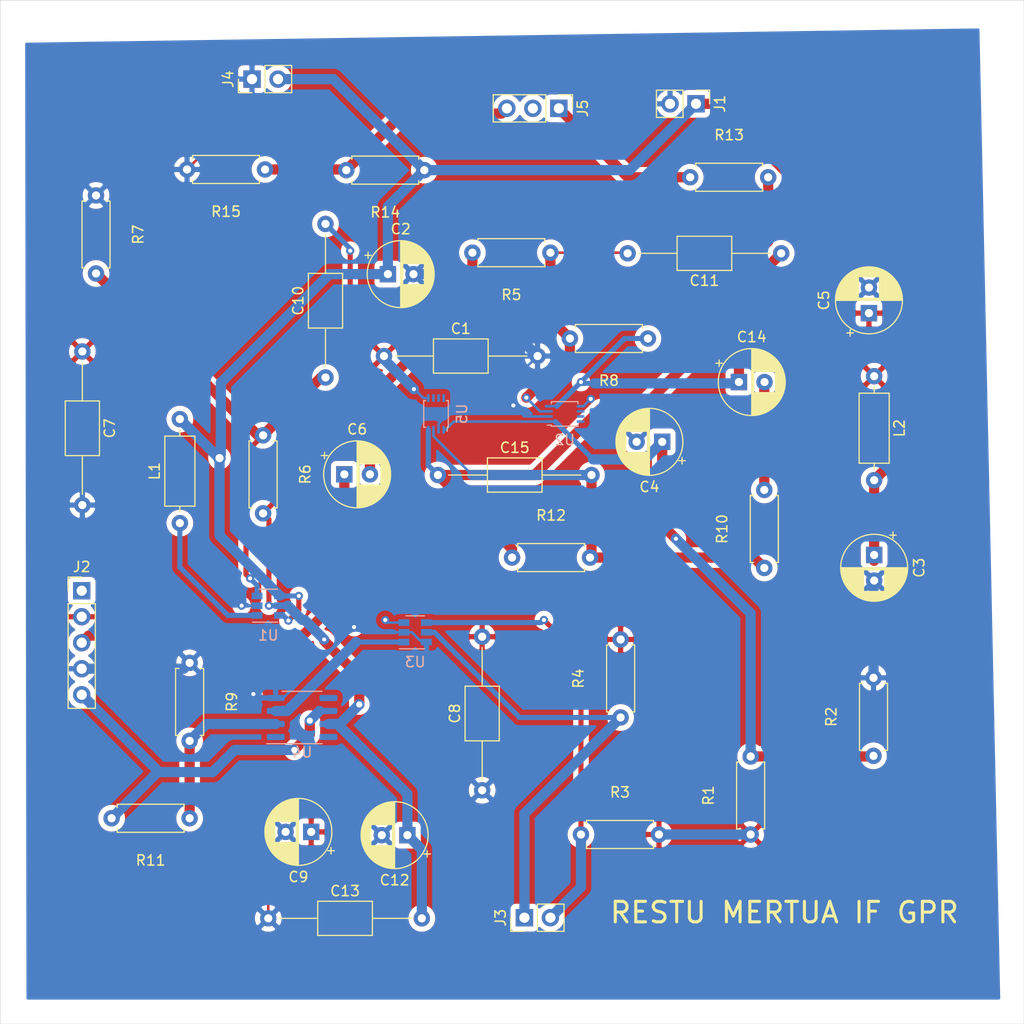
<source format=kicad_pcb>
(kicad_pcb (version 20171130) (host pcbnew 5.1.9-73d0e3b20d~88~ubuntu20.04.1)
  (layers (0 F.Cu signal) (31 B.Cu signal) (34 B.Paste user) (35 F.Paste user) (36 B.SilkS user) (37 F.SilkS user) (38 B.Mask user) (39 F.Mask user) (44 Edge.Cuts user))
  (net 0 "")
  (net 1 GND)
  (net 2 +5V)
  (net 3 "Net-(C2-Pad1)")
  (net 4 "Net-(C4-Pad1)")
  (net 5 "Net-(C6-Pad2)")
  (net 6 "Net-(C6-Pad1)")
  (net 7 "Net-(C10-Pad2)")
  (net 8 "Net-(C10-Pad1)")
  (net 9 "Net-(C11-Pad2)")
  (net 10 "Net-(C11-Pad1)")
  (net 11 "Net-(C14-Pad2)")
  (net 12 "Net-(C15-Pad2)")
  (net 13 "Net-(C15-Pad1)")
  (net 14 "Net-(J2-Pad5)")
  (net 15 "Net-(J2-Pad1)")
  (net 16 "Net-(J3-Pad2)")
  (net 17 "Net-(J3-Pad1)")
  (net 18 "Net-(J5-Pad3)")
  (net 19 "Net-(J5-Pad2)")
  (net 20 "Net-(J5-Pad1)")
  (net 21 "Net-(L1-Pad1)")
  (net 22 "Net-(R11-Pad1)")
  (net 23 "Net-(U3-Pad1)")
  (net 24 "Net-(U4-Pad8)")
  (net 25 "Net-(U4-Pad5)")
  (net 26 "Net-(U4-Pad1)")
  (module Resistor_THT:R_Axial_DIN0207_L6.3mm_D2.5mm_P7.62mm_Horizontal (layer F.Cu) (at 50.8635 41.529 180)
    (fp_text reference R15 (at 3.81 -4.12) (layer F.SilkS))
    (fp_text value 100k)
    (pad 2 thru_hole oval (at 7.62 0 180) (size 1.6 1.6) (drill 0.8) (layers *.Cu *.Mask) (net 1 GND))
    (pad 1 thru_hole circle (at 0 0 180) (size 1.6 1.6) (drill 0.8) (layers *.Cu *.Mask) (net 18 "Net-(J5-Pad3)"))
  )
  (module Resistor_THT:R_Axial_DIN0207_L6.3mm_D2.5mm_P7.62mm_Horizontal (layer F.Cu) (at 66.421 41.5925 180)
    (fp_text reference R14 (at 3.81 -4.12) (layer F.SilkS))
    (fp_text value 150k)
    (pad 2 thru_hole oval (at 7.62 0 180) (size 1.6 1.6) (drill 0.8) (layers *.Cu *.Mask) (net 18 "Net-(J5-Pad3)"))
    (pad 1 thru_hole circle (at 0 0 180) (size 1.6 1.6) (drill 0.8) (layers *.Cu *.Mask) (net 3 "Net-(C2-Pad1)"))
  )
  (module Resistor_THT:R_Axial_DIN0207_L6.3mm_D2.5mm_P7.62mm_Horizontal (layer F.Cu) (at 92.3925 42.291)
    (fp_text reference R13 (at 3.81 -4.12) (layer F.SilkS))
    (fp_text value 100)
    (pad 2 thru_hole oval (at 7.62 0) (size 1.6 1.6) (drill 0.8) (layers *.Cu *.Mask) (net 13 "Net-(C15-Pad1)"))
    (pad 1 thru_hole circle (at 0 0) (size 1.6 1.6) (drill 0.8) (layers *.Cu *.Mask) (net 20 "Net-(J5-Pad1)"))
  )
  (module Resistor_THT:R_Axial_DIN0207_L6.3mm_D2.5mm_P7.62mm_Horizontal (layer F.Cu) (at 74.9935 79.4385)
    (fp_text reference R12 (at 3.81 -4.12) (layer F.SilkS))
    (fp_text value 470k)
    (pad 2 thru_hole oval (at 7.62 0) (size 1.6 1.6) (drill 0.8) (layers *.Cu *.Mask) (net 12 "Net-(C15-Pad2)"))
    (pad 1 thru_hole circle (at 0 0) (size 1.6 1.6) (drill 0.8) (layers *.Cu *.Mask) (net 13 "Net-(C15-Pad1)"))
  )
  (module Resistor_THT:R_Axial_DIN0207_L6.3mm_D2.5mm_P7.62mm_Horizontal (layer F.Cu) (at 43.4975 104.902 180)
    (fp_text reference R11 (at 3.81 -4.12) (layer F.SilkS))
    (fp_text value 2.7M)
    (pad 2 thru_hole oval (at 7.62 0 180) (size 1.6 1.6) (drill 0.8) (layers *.Cu *.Mask) (net 14 "Net-(J2-Pad5)"))
    (pad 1 thru_hole circle (at 0 0 180) (size 1.6 1.6) (drill 0.8) (layers *.Cu *.Mask) (net 22 "Net-(R11-Pad1)"))
  )
  (module Resistor_THT:R_Axial_DIN0207_L6.3mm_D2.5mm_P7.62mm_Horizontal (layer F.Cu) (at 99.6315 80.4545 90)
    (fp_text reference R10 (at 3.81 -4.12 90) (layer F.SilkS))
    (fp_text value 10k)
    (pad 2 thru_hole oval (at 7.62 0 90) (size 1.6 1.6) (drill 0.8) (layers *.Cu *.Mask) (net 11 "Net-(C14-Pad2)"))
    (pad 1 thru_hole circle (at 0 0 90) (size 1.6 1.6) (drill 0.8) (layers *.Cu *.Mask) (net 12 "Net-(C15-Pad2)"))
  )
  (module Resistor_THT:R_Axial_DIN0207_L6.3mm_D2.5mm_P7.62mm_Horizontal (layer F.Cu) (at 43.4975 89.7255 270)
    (fp_text reference R9 (at 3.81 -4.12 90) (layer F.SilkS))
    (fp_text value 1M)
    (pad 2 thru_hole oval (at 7.62 0 270) (size 1.6 1.6) (drill 0.8) (layers *.Cu *.Mask) (net 22 "Net-(R11-Pad1)"))
    (pad 1 thru_hole circle (at 0 0 270) (size 1.6 1.6) (drill 0.8) (layers *.Cu *.Mask) (net 1 GND))
  )
  (module Resistor_THT:R_Axial_DIN0207_L6.3mm_D2.5mm_P7.62mm_Horizontal (layer F.Cu) (at 88.265 58.039 180)
    (fp_text reference R8 (at 3.81 -4.12) (layer F.SilkS))
    (fp_text value 5.2k)
    (pad 2 thru_hole oval (at 7.62 0 180) (size 1.6 1.6) (drill 0.8) (layers *.Cu *.Mask) (net 9 "Net-(C11-Pad2)"))
    (pad 1 thru_hole circle (at 0 0 180) (size 1.6 1.6) (drill 0.8) (layers *.Cu *.Mask) (net 10 "Net-(C11-Pad1)"))
  )
  (module Resistor_THT:R_Axial_DIN0207_L6.3mm_D2.5mm_P7.62mm_Horizontal (layer F.Cu) (at 34.3535 44.069 270)
    (fp_text reference R7 (at 3.81 -4.12 90) (layer F.SilkS))
    (fp_text value 10k)
    (pad 2 thru_hole oval (at 7.62 0 270) (size 1.6 1.6) (drill 0.8) (layers *.Cu *.Mask) (net 8 "Net-(C10-Pad1)"))
    (pad 1 thru_hole circle (at 0 0 270) (size 1.6 1.6) (drill 0.8) (layers *.Cu *.Mask) (net 1 GND))
  )
  (module Resistor_THT:R_Axial_DIN0207_L6.3mm_D2.5mm_P7.62mm_Horizontal (layer F.Cu) (at 50.673 67.5005 270)
    (fp_text reference R6 (at 3.81 -4.12 90) (layer F.SilkS))
    (fp_text value 180k)
    (pad 2 thru_hole oval (at 7.62 0 270) (size 1.6 1.6) (drill 0.8) (layers *.Cu *.Mask) (net 7 "Net-(C10-Pad2)"))
    (pad 1 thru_hole circle (at 0 0 270) (size 1.6 1.6) (drill 0.8) (layers *.Cu *.Mask) (net 8 "Net-(C10-Pad1)"))
  )
  (module Resistor_THT:R_Axial_DIN0207_L6.3mm_D2.5mm_P7.62mm_Horizontal (layer F.Cu) (at 78.74 49.657 180)
    (fp_text reference R5 (at 3.81 -4.12) (layer F.SilkS))
    (fp_text value 22k)
    (pad 2 thru_hole oval (at 7.62 0 180) (size 1.6 1.6) (drill 0.8) (layers *.Cu *.Mask) (net 5 "Net-(C6-Pad2)"))
    (pad 1 thru_hole circle (at 0 0 180) (size 1.6 1.6) (drill 0.8) (layers *.Cu *.Mask) (net 9 "Net-(C11-Pad2)"))
  )
  (module Resistor_THT:R_Axial_DIN0207_L6.3mm_D2.5mm_P7.62mm_Horizontal (layer F.Cu) (at 85.598 95.0595 90)
    (fp_text reference R4 (at 3.81 -4.12 90) (layer F.SilkS))
    (fp_text value 4.3k)
    (pad 2 thru_hole oval (at 7.62 0 90) (size 1.6 1.6) (drill 0.8) (layers *.Cu *.Mask) (net 2 +5V))
    (pad 1 thru_hole circle (at 0 0 90) (size 1.6 1.6) (drill 0.8) (layers *.Cu *.Mask) (net 17 "Net-(J3-Pad1)"))
  )
  (module Resistor_THT:R_Axial_DIN0207_L6.3mm_D2.5mm_P7.62mm_Horizontal (layer F.Cu) (at 81.7245 106.4895)
    (fp_text reference R3 (at 3.81 -4.12) (layer F.SilkS))
    (fp_text value 4.3k)
    (pad 2 thru_hole oval (at 7.62 0) (size 1.6 1.6) (drill 0.8) (layers *.Cu *.Mask) (net 2 +5V))
    (pad 1 thru_hole circle (at 0 0) (size 1.6 1.6) (drill 0.8) (layers *.Cu *.Mask) (net 16 "Net-(J3-Pad2)"))
  )
  (module Resistor_THT:R_Axial_DIN0207_L6.3mm_D2.5mm_P7.62mm_Horizontal (layer F.Cu) (at 110.2995 98.806 90)
    (fp_text reference R2 (at 3.81 -4.12 90) (layer F.SilkS))
    (fp_text value 470k)
    (pad 2 thru_hole oval (at 7.62 0 90) (size 1.6 1.6) (drill 0.8) (layers *.Cu *.Mask) (net 1 GND))
    (pad 1 thru_hole circle (at 0 0 90) (size 1.6 1.6) (drill 0.8) (layers *.Cu *.Mask) (net 4 "Net-(C4-Pad1)"))
  )
  (module Resistor_THT:R_Axial_DIN0207_L6.3mm_D2.5mm_P7.62mm_Horizontal (layer F.Cu) (at 98.298 106.4895 90)
    (fp_text reference R1 (at 3.81 -4.12 90) (layer F.SilkS))
    (fp_text value 470k)
    (pad 2 thru_hole oval (at 7.62 0 90) (size 1.6 1.6) (drill 0.8) (layers *.Cu *.Mask) (net 4 "Net-(C4-Pad1)"))
    (pad 1 thru_hole circle (at 0 0 90) (size 1.6 1.6) (drill 0.8) (layers *.Cu *.Mask) (net 2 +5V))
  )
  (module Connector_PinHeader_2.54mm:PinHeader_1x02_P2.54mm_Vertical (layer F.Cu) (at 92.964 35.1155 270)
    (fp_text reference J1 (at 0 -2.33 90) (layer F.SilkS))
    (fp_text value CON2)
    (pad 2 thru_hole oval (at 0 2.54 270) (size 1.7 1.7) (drill 1) (layers *.Cu *.Mask) (net 1 GND))
    (pad 1 thru_hole rect (at 0 0 270) (size 1.7 1.7) (drill 1) (layers *.Cu *.Mask) (net 3 "Net-(C2-Pad1)"))
  )
  (module Package_SO:VSSOP-8_2.4x2.1mm_P0.5mm (layer B.Cu) (at 67.564 65.405 90)
    (fp_text reference U5 (at 0 2.54 90) (layer B.SilkS) (effects (justify mirror)))
    (fp_text value LMV772)
    (pad 8 smd rect (at 1.55 0.75 90) (size 0.75 0.25) (layers B.Cu B.Paste B.Mask))
    (pad 7 smd rect (at 1.55 0.25 90) (size 0.75 0.25) (layers B.Cu B.Paste B.Mask))
    (pad 6 smd rect (at 1.55 -0.25 90) (size 0.75 0.25) (layers B.Cu B.Paste B.Mask))
    (pad 5 smd rect (at 1.55 -0.75 90) (size 0.75 0.25) (layers B.Cu B.Paste B.Mask) (net 2 +5V))
    (pad 4 smd rect (at -1.55 -0.75 90) (size 0.75 0.25) (layers B.Cu B.Paste B.Mask) (net 13 "Net-(C15-Pad1)"))
    (pad 3 smd rect (at -1.55 -0.25 90) (size 0.75 0.25) (layers B.Cu B.Paste B.Mask) (net 12 "Net-(C15-Pad2)"))
    (pad 2 smd rect (at -1.55 0.25 90) (size 0.75 0.25) (layers B.Cu B.Paste B.Mask) (net 1 GND))
    (pad 1 smd rect (at -1.55 0.75 90) (size 0.75 0.25) (layers B.Cu B.Paste B.Mask) (net 4 "Net-(C4-Pad1)"))
  )
  (module Package_SO:SO-8_3.9x4.9mm_P1.27mm (layer B.Cu) (at 54.483 95.0595)
    (fp_text reference U4 (at 0 3.4) (layer B.SilkS) (effects (justify mirror)))
    (fp_text value LT1077)
    (pad 8 smd roundrect (at 2.575 1.905) (size 1.75 0.6) (layers B.Cu B.Paste B.Mask) (net 24 "Net-(U4-Pad8)"))
    (pad 7 smd roundrect (at 2.575 0.635) (size 1.75 0.6) (layers B.Cu B.Paste B.Mask) (net 7 "Net-(C10-Pad2)"))
    (pad 6 smd roundrect (at 2.575 -0.635) (size 1.75 0.6) (layers B.Cu B.Paste B.Mask) (net 14 "Net-(J2-Pad5)"))
    (pad 5 smd roundrect (at 2.575 -1.905) (size 1.75 0.6) (layers B.Cu B.Paste B.Mask) (net 25 "Net-(U4-Pad5)"))
    (pad 4 smd roundrect (at -2.575 -1.905) (size 1.75 0.6) (layers B.Cu B.Paste B.Mask) (net 1 GND))
    (pad 3 smd roundrect (at -2.575 -0.635) (size 1.75 0.6) (layers B.Cu B.Paste B.Mask) (net 23 "Net-(U3-Pad1)"))
    (pad 2 smd roundrect (at -2.575 0.635) (size 1.75 0.6) (layers B.Cu B.Paste B.Mask) (net 22 "Net-(R11-Pad1)"))
    (pad 1 smd roundrect (at -2.575 1.905) (size 1.75 0.6) (layers B.Cu B.Paste B.Mask) (net 26 "Net-(U4-Pad1)"))
  )
  (module Package_TO_SOT_SMD:SOT-23-6 (layer B.Cu) (at 65.532 86.741)
    (fp_text reference U3 (at 0 2.9) (layer B.SilkS) (effects (justify mirror)))
    (fp_text value MCP4725xxx-xCH)
    (pad 5 smd rect (at 1.1 0) (size 1.06 0.65) (layers B.Cu B.Paste B.Mask) (net 17 "Net-(J3-Pad1)"))
    (pad 6 smd rect (at 1.1 0.95) (size 1.06 0.65) (layers B.Cu B.Paste B.Mask) (net 1 GND))
    (pad 4 smd rect (at 1.1 -0.95) (size 1.06 0.65) (layers B.Cu B.Paste B.Mask) (net 16 "Net-(J3-Pad2)"))
    (pad 3 smd rect (at -1.1 -0.95) (size 1.06 0.65) (layers B.Cu B.Paste B.Mask) (net 2 +5V))
    (pad 2 smd rect (at -1.1 0) (size 1.06 0.65) (layers B.Cu B.Paste B.Mask) (net 1 GND))
    (pad 1 smd rect (at -1.1 0.95) (size 1.06 0.65) (layers B.Cu B.Paste B.Mask) (net 23 "Net-(U3-Pad1)"))
  )
  (module Package_SO:VSSOP-8_2.4x2.1mm_P0.5mm (layer B.Cu) (at 80.137 65.405)
    (fp_text reference U2 (at 0 2.54) (layer B.SilkS) (effects (justify mirror)))
    (fp_text value LMV772)
    (pad 8 smd rect (at 1.55 0.75) (size 0.75 0.25) (layers B.Cu B.Paste B.Mask))
    (pad 7 smd rect (at 1.55 0.25) (size 0.75 0.25) (layers B.Cu B.Paste B.Mask))
    (pad 6 smd rect (at 1.55 -0.25) (size 0.75 0.25) (layers B.Cu B.Paste B.Mask))
    (pad 5 smd rect (at 1.55 -0.75) (size 0.75 0.25) (layers B.Cu B.Paste B.Mask) (net 2 +5V))
    (pad 4 smd rect (at -1.55 -0.75) (size 0.75 0.25) (layers B.Cu B.Paste B.Mask) (net 10 "Net-(C11-Pad1)"))
    (pad 3 smd rect (at -1.55 -0.25) (size 0.75 0.25) (layers B.Cu B.Paste B.Mask) (net 9 "Net-(C11-Pad2)"))
    (pad 2 smd rect (at -1.55 0.25) (size 0.75 0.25) (layers B.Cu B.Paste B.Mask) (net 1 GND))
    (pad 1 smd rect (at -1.55 0.75) (size 0.75 0.25) (layers B.Cu B.Paste B.Mask) (net 4 "Net-(C4-Pad1)"))
  )
  (module Package_TO_SOT_SMD:SOT-23-6 (layer B.Cu) (at 51.181 84.1375)
    (fp_text reference U1 (at 0 2.9) (layer B.SilkS) (effects (justify mirror)))
    (fp_text value LT3461)
    (pad 5 smd rect (at 1.1 0) (size 1.06 0.65) (layers B.Cu B.Paste B.Mask) (net 7 "Net-(C10-Pad2)"))
    (pad 6 smd rect (at 1.1 0.95) (size 1.06 0.65) (layers B.Cu B.Paste B.Mask) (net 3 "Net-(C2-Pad1)"))
    (pad 4 smd rect (at 1.1 -0.95) (size 1.06 0.65) (layers B.Cu B.Paste B.Mask) (net 3 "Net-(C2-Pad1)"))
    (pad 3 smd rect (at -1.1 -0.95) (size 1.06 0.65) (layers B.Cu B.Paste B.Mask) (net 8 "Net-(C10-Pad1)"))
    (pad 2 smd rect (at -1.1 0) (size 1.06 0.65) (layers B.Cu B.Paste B.Mask) (net 1 GND))
    (pad 1 smd rect (at -1.1 0.95) (size 1.06 0.65) (layers B.Cu B.Paste B.Mask) (net 21 "Net-(L1-Pad1)"))
  )
  (module Inductor_THT:L_Axial_L6.6mm_D2.7mm_P10.16mm_Horizontal_Vishay_IM-2 (layer F.Cu) (at 110.363 61.722 270)
    (fp_text reference L2 (at 5.08 -2.47 90) (layer F.SilkS))
    (fp_text value 33uH)
    (pad 2 thru_hole oval (at 10.16 0 270) (size 1.6 1.6) (drill 0.8) (layers *.Cu *.Mask) (net 3 "Net-(C2-Pad1)"))
    (pad 1 thru_hole circle (at 0 0 270) (size 1.6 1.6) (drill 0.8) (layers *.Cu *.Mask) (net 2 +5V))
  )
  (module Inductor_THT:L_Axial_L6.6mm_D2.7mm_P10.16mm_Horizontal_Vishay_IM-2 (layer F.Cu) (at 42.545 76.073 90)
    (fp_text reference L1 (at 5.08 -2.47 90) (layer F.SilkS))
    (fp_text value 33uH)
    (pad 2 thru_hole oval (at 10.16 0 90) (size 1.6 1.6) (drill 0.8) (layers *.Cu *.Mask) (net 3 "Net-(C2-Pad1)"))
    (pad 1 thru_hole circle (at 0 0 90) (size 1.6 1.6) (drill 0.8) (layers *.Cu *.Mask) (net 21 "Net-(L1-Pad1)"))
  )
  (module Connector_PinHeader_2.54mm:PinHeader_1x03_P2.54mm_Vertical (layer F.Cu) (at 79.5655 35.56 270)
    (fp_text reference J5 (at 0 -2.33 90) (layer F.SilkS))
    (fp_text value CON3)
    (pad 3 thru_hole oval (at 0 5.08 270) (size 1.7 1.7) (drill 1) (layers *.Cu *.Mask) (net 18 "Net-(J5-Pad3)"))
    (pad 2 thru_hole oval (at 0 2.54 270) (size 1.7 1.7) (drill 1) (layers *.Cu *.Mask) (net 19 "Net-(J5-Pad2)"))
    (pad 1 thru_hole rect (at 0 0 270) (size 1.7 1.7) (drill 1) (layers *.Cu *.Mask) (net 20 "Net-(J5-Pad1)"))
  )
  (module Connector_PinHeader_2.54mm:PinHeader_1x02_P2.54mm_Vertical (layer F.Cu) (at 49.5935 32.7025 90)
    (fp_text reference J4 (at 0 -2.33 90) (layer F.SilkS))
    (fp_text value CON2)
    (pad 2 thru_hole oval (at 0 2.54 90) (size 1.7 1.7) (drill 1) (layers *.Cu *.Mask) (net 3 "Net-(C2-Pad1)"))
    (pad 1 thru_hole rect (at 0 0 90) (size 1.7 1.7) (drill 1) (layers *.Cu *.Mask) (net 1 GND))
  )
  (module Connector_PinHeader_2.54mm:PinHeader_1x02_P2.54mm_Vertical (layer F.Cu) (at 76.2 114.6175 90)
    (fp_text reference J3 (at 0 -2.33 90) (layer F.SilkS))
    (fp_text value CON2)
    (pad 2 thru_hole oval (at 0 2.54 90) (size 1.7 1.7) (drill 1) (layers *.Cu *.Mask) (net 16 "Net-(J3-Pad2)"))
    (pad 1 thru_hole rect (at 0 0 90) (size 1.7 1.7) (drill 1) (layers *.Cu *.Mask) (net 17 "Net-(J3-Pad1)"))
  )
  (module Connector_PinHeader_2.54mm:PinHeader_1x05_P2.54mm_Vertical (layer F.Cu) (at 32.9565 82.677)
    (fp_text reference J2 (at 0 -2.33) (layer F.SilkS))
    (fp_text value CON5)
    (pad 5 thru_hole oval (at 0 10.16) (size 1.7 1.7) (drill 1) (layers *.Cu *.Mask) (net 14 "Net-(J2-Pad5)"))
    (pad 4 thru_hole oval (at 0 7.62) (size 1.7 1.7) (drill 1) (layers *.Cu *.Mask) (net 1 GND))
    (pad 3 thru_hole oval (at 0 5.08) (size 1.7 1.7) (drill 1) (layers *.Cu *.Mask) (net 6 "Net-(C6-Pad1)"))
    (pad 2 thru_hole oval (at 0 2.54) (size 1.7 1.7) (drill 1) (layers *.Cu *.Mask) (net 2 +5V))
    (pad 1 thru_hole rect (at 0 0) (size 1.7 1.7) (drill 1) (layers *.Cu *.Mask) (net 15 "Net-(J2-Pad1)"))
  )
  (module Capacitor_THT:C_Axial_L5.1mm_D3.1mm_P15.00mm_Horizontal (layer F.Cu) (at 67.7545 71.374)
    (fp_text reference C15 (at 7.5 -2.67) (layer F.SilkS))
    (fp_text value 150p)
    (pad 2 thru_hole oval (at 15 0) (size 1.6 1.6) (drill 0.8) (layers *.Cu *.Mask) (net 12 "Net-(C15-Pad2)"))
    (pad 1 thru_hole circle (at 0 0) (size 1.6 1.6) (drill 0.8) (layers *.Cu *.Mask) (net 13 "Net-(C15-Pad1)"))
  )
  (module Capacitor_THT:CP_Radial_D6.3mm_P2.50mm (layer F.Cu) (at 97.155 62.2935)
    (fp_text reference C14 (at 1.25 -4.4) (layer F.SilkS))
    (fp_text value 0.2u)
    (pad 2 thru_hole circle (at 2.5 0) (size 1.6 1.6) (drill 0.8) (layers *.Cu *.Mask) (net 11 "Net-(C14-Pad2)"))
    (pad 1 thru_hole rect (at 0 0) (size 1.6 1.6) (drill 0.8) (layers *.Cu *.Mask) (net 10 "Net-(C11-Pad1)"))
  )
  (module Capacitor_THT:C_Axial_L5.1mm_D3.1mm_P15.00mm_Horizontal (layer F.Cu) (at 51.181 114.681)
    (fp_text reference C13 (at 7.5 -2.67) (layer F.SilkS))
    (fp_text value 100n)
    (pad 2 thru_hole oval (at 15 0) (size 1.6 1.6) (drill 0.8) (layers *.Cu *.Mask) (net 7 "Net-(C10-Pad2)"))
    (pad 1 thru_hole circle (at 0 0) (size 1.6 1.6) (drill 0.8) (layers *.Cu *.Mask) (net 1 GND))
  )
  (module Capacitor_THT:CP_Radial_D6.3mm_P2.50mm (layer F.Cu) (at 64.77 106.553 180)
    (fp_text reference C12 (at 1.25 -4.4) (layer F.SilkS))
    (fp_text value 0.47u)
    (pad 2 thru_hole circle (at 2.5 0 180) (size 1.6 1.6) (drill 0.8) (layers *.Cu *.Mask) (net 1 GND))
    (pad 1 thru_hole rect (at 0 0 180) (size 1.6 1.6) (drill 0.8) (layers *.Cu *.Mask) (net 7 "Net-(C10-Pad2)"))
  )
  (module Capacitor_THT:C_Axial_L5.1mm_D3.1mm_P15.00mm_Horizontal (layer F.Cu) (at 101.2825 49.7205 180)
    (fp_text reference C11 (at 7.5 -2.67) (layer F.SilkS))
    (fp_text value 1n)
    (pad 2 thru_hole oval (at 15 0 180) (size 1.6 1.6) (drill 0.8) (layers *.Cu *.Mask) (net 9 "Net-(C11-Pad2)"))
    (pad 1 thru_hole circle (at 0 0 180) (size 1.6 1.6) (drill 0.8) (layers *.Cu *.Mask) (net 10 "Net-(C11-Pad1)"))
  )
  (module Capacitor_THT:C_Axial_L5.1mm_D3.1mm_P15.00mm_Horizontal (layer F.Cu) (at 56.769 61.849 90)
    (fp_text reference C10 (at 7.5 -2.67 90) (layer F.SilkS))
    (fp_text value 22p)
    (pad 2 thru_hole oval (at 15 0 90) (size 1.6 1.6) (drill 0.8) (layers *.Cu *.Mask) (net 7 "Net-(C10-Pad2)"))
    (pad 1 thru_hole circle (at 0 0 90) (size 1.6 1.6) (drill 0.8) (layers *.Cu *.Mask) (net 8 "Net-(C10-Pad1)"))
  )
  (module Capacitor_THT:CP_Radial_D6.3mm_P2.50mm (layer F.Cu) (at 55.372 106.2355 180)
    (fp_text reference C9 (at 1.25 -4.4) (layer F.SilkS))
    (fp_text value 10u)
    (pad 2 thru_hole circle (at 2.5 0 180) (size 1.6 1.6) (drill 0.8) (layers *.Cu *.Mask) (net 1 GND))
    (pad 1 thru_hole rect (at 0 0 180) (size 1.6 1.6) (drill 0.8) (layers *.Cu *.Mask) (net 2 +5V))
  )
  (module Capacitor_THT:C_Axial_L5.1mm_D3.1mm_P15.00mm_Horizontal (layer F.Cu) (at 72.0725 102.1715 90)
    (fp_text reference C8 (at 7.5 -2.67 90) (layer F.SilkS))
    (fp_text value 100n)
    (pad 2 thru_hole oval (at 15 0 90) (size 1.6 1.6) (drill 0.8) (layers *.Cu *.Mask) (net 2 +5V))
    (pad 1 thru_hole circle (at 0 0 90) (size 1.6 1.6) (drill 0.8) (layers *.Cu *.Mask) (net 1 GND))
  )
  (module Capacitor_THT:C_Axial_L5.1mm_D3.1mm_P15.00mm_Horizontal (layer F.Cu) (at 33.02 59.309 270)
    (fp_text reference C7 (at 7.5 -2.67 90) (layer F.SilkS))
    (fp_text value 100n)
    (pad 2 thru_hole oval (at 15 0 270) (size 1.6 1.6) (drill 0.8) (layers *.Cu *.Mask) (net 1 GND))
    (pad 1 thru_hole circle (at 0 0 270) (size 1.6 1.6) (drill 0.8) (layers *.Cu *.Mask) (net 2 +5V))
  )
  (module Capacitor_THT:CP_Radial_D6.3mm_P2.50mm (layer F.Cu) (at 58.6105 71.3105)
    (fp_text reference C6 (at 1.25 -4.4) (layer F.SilkS))
    (fp_text value 0.1u)
    (pad 2 thru_hole circle (at 2.5 0) (size 1.6 1.6) (drill 0.8) (layers *.Cu *.Mask) (net 5 "Net-(C6-Pad2)"))
    (pad 1 thru_hole rect (at 0 0) (size 1.6 1.6) (drill 0.8) (layers *.Cu *.Mask) (net 6 "Net-(C6-Pad1)"))
  )
  (module Capacitor_THT:CP_Radial_D6.3mm_P2.50mm (layer F.Cu) (at 109.855 55.5625 90)
    (fp_text reference C5 (at 1.25 -4.4 90) (layer F.SilkS))
    (fp_text value 10u)
    (pad 2 thru_hole circle (at 2.5 0 90) (size 1.6 1.6) (drill 0.8) (layers *.Cu *.Mask) (net 1 GND))
    (pad 1 thru_hole rect (at 0 0 90) (size 1.6 1.6) (drill 0.8) (layers *.Cu *.Mask) (net 2 +5V))
  )
  (module Capacitor_THT:CP_Radial_D6.3mm_P2.50mm (layer F.Cu) (at 89.662 68.1355 180)
    (fp_text reference C4 (at 1.25 -4.4) (layer F.SilkS))
    (fp_text value 4.7u)
    (pad 2 thru_hole circle (at 2.5 0 180) (size 1.6 1.6) (drill 0.8) (layers *.Cu *.Mask) (net 1 GND))
    (pad 1 thru_hole rect (at 0 0 180) (size 1.6 1.6) (drill 0.8) (layers *.Cu *.Mask) (net 4 "Net-(C4-Pad1)"))
  )
  (module Capacitor_THT:CP_Radial_D6.3mm_P2.50mm (layer F.Cu) (at 110.363 79.1845 270)
    (fp_text reference C3 (at 1.25 -4.4 90) (layer F.SilkS))
    (fp_text value 100u)
    (pad 2 thru_hole circle (at 2.5 0 270) (size 1.6 1.6) (drill 0.8) (layers *.Cu *.Mask) (net 1 GND))
    (pad 1 thru_hole rect (at 0 0 270) (size 1.6 1.6) (drill 0.8) (layers *.Cu *.Mask) (net 3 "Net-(C2-Pad1)"))
  )
  (module Capacitor_THT:CP_Radial_D6.3mm_P2.50mm (layer F.Cu) (at 62.865 51.7525)
    (fp_text reference C2 (at 1.25 -4.4) (layer F.SilkS))
    (fp_text value 1u)
    (pad 2 thru_hole circle (at 2.5 0) (size 1.6 1.6) (drill 0.8) (layers *.Cu *.Mask) (net 1 GND))
    (pad 1 thru_hole rect (at 0 0) (size 1.6 1.6) (drill 0.8) (layers *.Cu *.Mask) (net 3 "Net-(C2-Pad1)"))
  )
  (module Capacitor_THT:C_Axial_L5.1mm_D3.1mm_P15.00mm_Horizontal (layer F.Cu) (at 62.484 59.7535)
    (fp_text reference C1 (at 7.5 -2.67) (layer F.SilkS))
    (fp_text value 100n)
    (pad 2 thru_hole oval (at 15 0) (size 1.6 1.6) (drill 0.8) (layers *.Cu *.Mask) (net 1 GND))
    (pad 1 thru_hole circle (at 0 0) (size 1.6 1.6) (drill 0.8) (layers *.Cu *.Mask) (net 2 +5V))
  )
  (gr_text "RESTU MERTUA IF GPR" (at 101.6 114.1095) (layer F.SilkS) (effects (font (size 2 2) (thickness 0.3))))
  (gr_line (start 25 25) (end 25 125) (layer Edge.Cuts) (width 0.05))
  (gr_line (start 125 25) (end 25 25) (layer Edge.Cuts) (width 0.05))
  (gr_line (start 125 25) (end 125 125) (layer Edge.Cuts) (width 0.05))
  (gr_line (start 125 125) (end 25 125) (layer Edge.Cuts) (width 0.05))
  (segment (start 51.181 107.9265) (end 52.872 106.2355) (width 0.25) (layer F.Cu) (net 1))
  (segment (start 51.181 114.681) (end 51.181 107.9265) (width 0.25) (layer F.Cu) (net 1))
  (segment (start 49.5935 35.179) (end 43.2435 41.529) (width 0.25) (layer F.Cu) (net 1))
  (segment (start 49.5935 32.7025) (end 49.5935 35.179) (width 0.25) (layer F.Cu) (net 1))
  (segment (start 36.8935 41.529) (end 34.3535 44.069) (width 0.25) (layer F.Cu) (net 1))
  (segment (start 43.2435 41.529) (end 36.8935 41.529) (width 0.25) (layer F.Cu) (net 1))
  (segment (start 110.2995 81.748) (end 110.363 81.6845) (width 0.25) (layer B.Cu) (net 1))
  (segment (start 110.2995 91.186) (end 110.2995 81.748) (width 1) (layer B.Cu) (net 1))
  (segment (start 42.926 90.297) (end 43.4975 89.7255) (width 0.25) (layer B.Cu) (net 1))
  (segment (start 32.9565 90.297) (end 42.926 90.297) (width 1) (layer B.Cu) (net 1))
  (via (at 49.7205 92.7735) (size 0.8) (drill 0.4) (layers F.Cu B.Cu) (net 1))
  (segment (start 50.1015 93.1545) (end 49.7205 92.7735) (width 0.25) (layer B.Cu) (net 1))
  (segment (start 51.908 93.1545) (end 50.1015 93.1545) (width 0.25) (layer B.Cu) (net 1))
  (via (at 48.5775 84.1375) (size 0.8) (drill 0.4) (layers F.Cu B.Cu) (net 1))
  (segment (start 50.081 84.1375) (end 48.5775 84.1375) (width 0.25) (layer B.Cu) (net 1))
  (segment (start 78.587 65.655) (end 76.196 65.655) (width 0.25) (layer B.Cu) (net 1))
  (via (at 75.1205 64.5795) (size 0.8) (drill 0.4) (layers F.Cu B.Cu) (net 1))
  (segment (start 76.196 65.655) (end 75.1205 64.5795) (width 0.25) (layer B.Cu) (net 1))
  (segment (start 66.162 87.691) (end 66.632 87.691) (width 0.25) (layer B.Cu) (net 1))
  (segment (start 65.212 86.741) (end 66.162 87.691) (width 0.25) (layer B.Cu) (net 1))
  (segment (start 64.432 86.741) (end 65.212 86.741) (width 0.25) (layer B.Cu) (net 1))
  (segment (start 64.432 86.741) (end 60.833 86.741) (width 0.25) (layer B.Cu) (net 1))
  (via (at 59.563 86.233) (size 0.8) (drill 0.4) (layers F.Cu B.Cu) (net 1))
  (segment (start 60.325 86.233) (end 59.563 86.233) (width 0.25) (layer B.Cu) (net 1))
  (segment (start 60.833 86.741) (end 60.325 86.233) (width 0.25) (layer B.Cu) (net 1))
  (segment (start 52.6415 93.1545) (end 51.908 93.1545) (width 0.25) (layer B.Cu) (net 1))
  (segment (start 59.563 86.233) (end 52.6415 93.1545) (width 0.25) (layer B.Cu) (net 1))
  (segment (start 46.5455 92.7735) (end 43.4975 89.7255) (width 0.25) (layer B.Cu) (net 1))
  (segment (start 49.7205 92.7735) (end 46.5455 92.7735) (width 0.25) (layer B.Cu) (net 1))
  (segment (start 69.483 51.7525) (end 77.484 59.7535) (width 1) (layer B.Cu) (net 1))
  (segment (start 65.365 51.7525) (end 69.483 51.7525) (width 1) (layer B.Cu) (net 1))
  (segment (start 69.604498 64.5795) (end 75.1205 64.5795) (width 0.25) (layer B.Cu) (net 1))
  (segment (start 67.814 66.369998) (end 69.604498 64.5795) (width 0.25) (layer B.Cu) (net 1))
  (segment (start 67.814 66.955) (end 67.814 66.369998) (width 0.25) (layer B.Cu) (net 1))
  (segment (start 75.1205 62.117) (end 75.1205 64.5795) (width 0.25) (layer B.Cu) (net 1))
  (segment (start 77.484 59.7535) (end 75.1205 62.117) (width 0.25) (layer B.Cu) (net 1))
  (segment (start 89.3445 106.4895) (end 98.298 106.4895) (width 1) (layer B.Cu) (net 2))
  (segment (start 64.432 85.791) (end 62.8675 85.791) (width 0.25) (layer B.Cu) (net 2))
  (via (at 62.611 85.5345) (size 0.8) (drill 0.4) (layers F.Cu B.Cu) (net 2))
  (segment (start 62.8675 85.791) (end 62.611 85.5345) (width 0.25) (layer B.Cu) (net 2))
  (via (at 82.677 63.9445) (size 0.8) (drill 0.4) (layers F.Cu B.Cu) (net 2))
  (segment (start 81.9665 64.655) (end 82.677 63.9445) (width 0.25) (layer B.Cu) (net 2))
  (segment (start 81.687 64.655) (end 81.9665 64.655) (width 0.25) (layer B.Cu) (net 2))
  (segment (start 66.814 63.855) (end 66.3315 63.855) (width 0.25) (layer B.Cu) (net 2))
  (via (at 65.405 62.992) (size 0.8) (drill 0.4) (layers F.Cu B.Cu) (net 2))
  (segment (start 65.4685 62.992) (end 65.405 62.992) (width 0.25) (layer B.Cu) (net 2))
  (segment (start 66.3315 63.855) (end 65.4685 62.992) (width 0.25) (layer B.Cu) (net 2))
  (segment (start 62.484 60.071) (end 62.484 59.7535) (width 0.25) (layer B.Cu) (net 2))
  (segment (start 65.405 62.992) (end 62.484 60.071) (width 1) (layer B.Cu) (net 2))
  (via (at 53.1495 85.598) (size 0.8) (drill 0.4) (layers F.Cu B.Cu) (net 3))
  (segment (start 52.639 85.0875) (end 53.1495 85.598) (width 0.5) (layer B.Cu) (net 3))
  (segment (start 52.281 85.0875) (end 52.639 85.0875) (width 0.25) (layer B.Cu) (net 3))
  (segment (start 53.1495 85.598) (end 54.1655 84.582) (width 0.5) (layer F.Cu) (net 3))
  (via (at 54.1655 83.185) (size 0.8) (drill 0.4) (layers F.Cu B.Cu) (net 3))
  (segment (start 54.1655 84.582) (end 54.1655 84.074) (width 0.5) (layer F.Cu) (net 3))
  (segment (start 52.281 83.1875) (end 52.281 83.142) (width 0.25) (layer B.Cu) (net 3))
  (segment (start 52.281 83.142) (end 46.4185 77.2795) (width 1) (layer B.Cu) (net 3))
  (segment (start 46.4185 69.7865) (end 42.545 65.913) (width 1) (layer B.Cu) (net 3))
  (segment (start 46.4185 69.497998) (end 46.5455 69.370998) (width 0.25) (layer B.Cu) (net 3))
  (segment (start 46.4185 69.9135) (end 46.4185 69.723) (width 0.25) (layer B.Cu) (net 3))
  (segment (start 46.4185 77.2795) (end 46.4185 69.9135) (width 1) (layer B.Cu) (net 3))
  (segment (start 46.4185 69.9135) (end 46.4185 69.7865) (width 0.25) (layer B.Cu) (net 3))
  (segment (start 46.5455 69.370998) (end 46.5455 62.357) (width 1) (layer B.Cu) (net 3))
  (segment (start 57.15 51.7525) (end 62.865 51.7525) (width 1) (layer B.Cu) (net 3))
  (segment (start 46.5455 62.357) (end 57.15 51.7525) (width 1) (layer B.Cu) (net 3))
  (segment (start 62.865 45.1485) (end 66.421 41.5925) (width 1) (layer B.Cu) (net 3))
  (segment (start 62.865 51.7525) (end 62.865 45.1485) (width 1) (layer B.Cu) (net 3))
  (segment (start 57.531 32.7025) (end 66.421 41.5925) (width 1) (layer B.Cu) (net 3))
  (segment (start 52.1335 32.7025) (end 57.531 32.7025) (width 1) (layer B.Cu) (net 3))
  (segment (start 86.487 41.5925) (end 92.964 35.1155) (width 1) (layer B.Cu) (net 3))
  (segment (start 66.421 41.5925) (end 86.487 41.5925) (width 1) (layer B.Cu) (net 3))
  (segment (start 95.094002 35.1155) (end 116.586 56.607498) (width 1) (layer F.Cu) (net 3))
  (segment (start 92.964 35.1155) (end 95.094002 35.1155) (width 1) (layer F.Cu) (net 3))
  (segment (start 116.586 65.659) (end 110.363 71.882) (width 1) (layer F.Cu) (net 3))
  (segment (start 116.586 56.607498) (end 116.586 65.659) (width 1) (layer F.Cu) (net 3))
  (segment (start 110.363 71.882) (end 110.363 79.756) (width 1) (layer F.Cu) (net 3))
  (segment (start 54.1655 84.074) (end 54.1655 83.185) (width 0.5) (layer F.Cu) (net 3))
  (segment (start 54.163 83.1875) (end 54.1655 83.185) (width 0.25) (layer B.Cu) (net 3))
  (segment (start 52.893 83.1875) (end 54.163 83.1875) (width 0.5) (layer B.Cu) (net 3))
  (segment (start 53.279 83.1875) (end 52.893 83.1875) (width 0.25) (layer B.Cu) (net 3))
  (segment (start 52.893 83.1875) (end 52.281 83.1875) (width 0.25) (layer B.Cu) (net 3))
  (segment (start 46.4185 69.723) (end 46.4185 69.497998) (width 0.25) (layer B.Cu) (net 3))
  (via (at 46.4185 69.723) (size 1.2) (drill 0.8) (layers F.Cu B.Cu) (net 3))
  (segment (start 78.587 66.155) (end 69.2905 66.155) (width 0.25) (layer B.Cu) (net 4))
  (segment (start 68.4905 66.955) (end 68.314 66.955) (width 0.25) (layer B.Cu) (net 4))
  (segment (start 69.2905 66.155) (end 68.4905 66.955) (width 0.25) (layer B.Cu) (net 4))
  (segment (start 110.236 98.8695) (end 110.2995 98.806) (width 0.25) (layer F.Cu) (net 4))
  (segment (start 98.298 98.8695) (end 110.236 98.8695) (width 1) (layer F.Cu) (net 4))
  (segment (start 79.212 66.155) (end 82.907 69.85) (width 0.5) (layer B.Cu) (net 4))
  (segment (start 78.587 66.155) (end 79.212 66.155) (width 0.25) (layer B.Cu) (net 4))
  (segment (start 87.9475 69.85) (end 89.662 68.1355) (width 1) (layer B.Cu) (net 4))
  (segment (start 82.907 69.85) (end 87.9475 69.85) (width 1) (layer B.Cu) (net 4))
  (segment (start 89.662 68.1355) (end 89.662 76.2635) (width 1) (layer F.Cu) (net 4))
  (via (at 90.9955 77.597) (size 0.8) (drill 0.4) (layers F.Cu B.Cu) (net 4))
  (segment (start 89.662 76.2635) (end 90.9955 77.597) (width 1) (layer F.Cu) (net 4))
  (segment (start 98.298 84.8995) (end 98.298 98.8695) (width 1) (layer B.Cu) (net 4))
  (segment (start 90.9955 77.597) (end 98.298 84.8995) (width 1) (layer B.Cu) (net 4))
  (segment (start 71.12 49.657) (end 71.12 53.9115) (width 1) (layer F.Cu) (net 5))
  (segment (start 61.1105 63.921) (end 61.1105 71.3105) (width 1) (layer F.Cu) (net 5))
  (segment (start 71.12 53.9115) (end 61.1105 63.921) (width 1) (layer F.Cu) (net 5))
  (segment (start 33.274 88.0745) (end 32.9565 87.757) (width 0.25) (layer B.Cu) (net 6))
  (segment (start 54.5465 87.0585) (end 33.655 87.0585) (width 1) (layer F.Cu) (net 6))
  (segment (start 58.6105 82.9945) (end 54.5465 87.0585) (width 1) (layer F.Cu) (net 6))
  (segment (start 58.6105 71.3105) (end 58.6105 82.9945) (width 1) (layer F.Cu) (net 6))
  (segment (start 33.655 87.0585) (end 32.9565 87.757) (width 1) (layer F.Cu) (net 6))
  (via (at 32.9565 87.757) (size 0.8) (drill 0.4) (layers F.Cu B.Cu) (net 6))
  (segment (start 64.77 102.5315) (end 64.77 106.553) (width 1) (layer B.Cu) (net 7))
  (segment (start 57.058 95.6945) (end 57.933 95.6945) (width 1) (layer B.Cu) (net 7))
  (segment (start 66.181 107.964) (end 64.77 106.553) (width 1) (layer B.Cu) (net 7))
  (segment (start 66.181 114.681) (end 66.181 107.964) (width 1) (layer B.Cu) (net 7))
  (segment (start 57.933 95.6945) (end 64.77 102.5315) (width 1) (layer B.Cu) (net 7))
  (segment (start 57.058 95.6945) (end 58.166 95.6945) (width 0.25) (layer B.Cu) (net 7))
  (via (at 60.071 93.7895) (size 1) (drill 0.6) (layers F.Cu B.Cu) (net 7))
  (segment (start 58.166 95.6945) (end 60.071 93.7895) (width 1) (layer B.Cu) (net 7))
  (segment (start 52.281 84.1375) (end 53.1495 84.1375) (width 0.5) (layer B.Cu) (net 7))
  (segment (start 60.071 91.059) (end 60.071 93.7895) (width 1) (layer F.Cu) (net 7))
  (segment (start 57.404 88.392) (end 60.071 91.059) (width 1) (layer F.Cu) (net 7))
  (segment (start 54.5465 85.5345) (end 54.483 85.5345) (width 0.25) (layer B.Cu) (net 7))
  (segment (start 53.086 84.1375) (end 54.483 85.5345) (width 1) (layer B.Cu) (net 7))
  (segment (start 50.673 75.1205) (end 57.894001 67.899499) (width 0.5) (layer F.Cu) (net 7))
  (segment (start 52.281 84.1375) (end 51.2445 84.1375) (width 0.5) (layer B.Cu) (net 7))
  (via (at 51.2445 84.1375) (size 0.8) (drill 0.4) (layers F.Cu B.Cu) (net 7))
  (segment (start 51.2445 75.692) (end 50.673 75.1205) (width 0.25) (layer F.Cu) (net 7))
  (segment (start 51.2445 84.1375) (end 51.2445 75.692) (width 0.5) (layer F.Cu) (net 7))
  (via (at 59.182 49.4665) (size 0.8) (drill 0.4) (layers F.Cu B.Cu) (net 7))
  (segment (start 59.182 49.262) (end 59.182 49.4665) (width 0.25) (layer B.Cu) (net 7))
  (segment (start 56.769 46.849) (end 59.182 49.262) (width 0.5) (layer B.Cu) (net 7))
  (segment (start 59.182 66.6115) (end 57.894001 67.899499) (width 0.5) (layer F.Cu) (net 7))
  (segment (start 59.182 49.4665) (end 59.182 66.6115) (width 0.5) (layer F.Cu) (net 7))
  (segment (start 57.404 88.392) (end 57.404 88.3285) (width 0.25) (layer F.Cu) (net 7))
  (via (at 56.642 87.4395) (size 0.8) (drill 0.4) (layers F.Cu B.Cu) (net 7))
  (segment (start 56.642 87.5665) (end 56.642 87.4395) (width 0.25) (layer F.Cu) (net 7))
  (segment (start 57.404 88.3285) (end 56.642 87.5665) (width 1) (layer F.Cu) (net 7))
  (segment (start 54.737 85.5345) (end 54.483 85.5345) (width 0.25) (layer B.Cu) (net 7))
  (segment (start 56.642 87.4395) (end 54.737 85.5345) (width 1) (layer B.Cu) (net 7))
  (segment (start 56.3245 61.849) (end 56.769 61.849) (width 0.25) (layer F.Cu) (net 8))
  (segment (start 50.673 67.5005) (end 56.3245 61.849) (width 1) (layer F.Cu) (net 8))
  (segment (start 50.165 67.5005) (end 50.673 67.5005) (width 0.25) (layer F.Cu) (net 8))
  (segment (start 34.3535 51.689) (end 50.165 67.5005) (width 1) (layer F.Cu) (net 8))
  (via (at 49.403 81.4705) (size 0.8) (drill 0.4) (layers F.Cu B.Cu) (net 8))
  (segment (start 50.081 82.1485) (end 49.403 81.4705) (width 0.5) (layer B.Cu) (net 8))
  (segment (start 50.081 83.1875) (end 50.081 82.1485) (width 0.5) (layer B.Cu) (net 8))
  (segment (start 49.003001 69.170499) (end 50.673 67.5005) (width 0.5) (layer F.Cu) (net 8))
  (segment (start 49.003001 81.070501) (end 49.003001 69.170499) (width 0.5) (layer F.Cu) (net 8))
  (segment (start 49.403 81.4705) (end 49.003001 81.070501) (width 0.5) (layer F.Cu) (net 8))
  (via (at 76.3905 63.8175) (size 0.8) (drill 0.4) (layers F.Cu B.Cu) (net 9))
  (segment (start 77.728 65.155) (end 76.3905 63.8175) (width 0.25) (layer B.Cu) (net 9))
  (segment (start 78.587 65.155) (end 77.728 65.155) (width 0.25) (layer B.Cu) (net 9))
  (segment (start 80.645 59.563) (end 80.645 58.039) (width 1) (layer F.Cu) (net 9))
  (segment (start 76.3905 63.8175) (end 80.645 59.563) (width 1) (layer F.Cu) (net 9))
  (segment (start 78.74 56.134) (end 80.645 58.039) (width 1) (layer F.Cu) (net 9))
  (segment (start 78.74 49.657) (end 78.74 56.134) (width 1) (layer F.Cu) (net 9))
  (segment (start 86.219 49.657) (end 86.2825 49.7205) (width 0.25) (layer F.Cu) (net 9))
  (segment (start 78.74 49.657) (end 86.219 49.657) (width 0.25) (layer F.Cu) (net 9))
  (segment (start 97.155 53.848) (end 101.2825 49.7205) (width 1) (layer F.Cu) (net 10))
  (segment (start 97.155 62.2935) (end 97.155 53.848) (width 1) (layer F.Cu) (net 10))
  (segment (start 78.587 64.655) (end 79.363 64.655) (width 0.25) (layer B.Cu) (net 10))
  (segment (start 85.979 58.039) (end 81.50225 62.51575) (width 0.5) (layer B.Cu) (net 10))
  (segment (start 88.265 58.039) (end 85.979 58.039) (width 0.5) (layer B.Cu) (net 10))
  (segment (start 81.50225 62.51575) (end 81.7245 62.2935) (width 0.25) (layer B.Cu) (net 10))
  (segment (start 79.363 64.655) (end 81.50225 62.51575) (width 0.5) (layer B.Cu) (net 10))
  (via (at 81.7245 62.2935) (size 0.8) (drill 0.4) (layers F.Cu B.Cu) (net 10))
  (segment (start 81.8515 62.4205) (end 81.7245 62.2935) (width 0.25) (layer B.Cu) (net 10))
  (segment (start 83.058 62.4205) (end 81.8515 62.4205) (width 0.5) (layer B.Cu) (net 10))
  (segment (start 97.028 62.4205) (end 97.155 62.2935) (width 0.25) (layer B.Cu) (net 10))
  (segment (start 83.058 62.4205) (end 97.028 62.4205) (width 1) (layer B.Cu) (net 10))
  (segment (start 99.6315 62.317) (end 99.655 62.2935) (width 0.25) (layer F.Cu) (net 11))
  (segment (start 99.6315 72.8345) (end 99.6315 62.317) (width 1) (layer F.Cu) (net 11))
  (segment (start 71.108 71.374) (end 82.7545 71.374) (width 1) (layer B.Cu) (net 12))
  (segment (start 67.314 67.58) (end 71.108 71.374) (width 0.25) (layer B.Cu) (net 12))
  (segment (start 67.314 66.955) (end 67.314 67.58) (width 0.25) (layer B.Cu) (net 12))
  (segment (start 82.7545 79.2975) (end 82.6135 79.4385) (width 0.25) (layer F.Cu) (net 12))
  (segment (start 82.7545 71.374) (end 82.7545 79.2975) (width 1) (layer F.Cu) (net 12))
  (segment (start 98.6155 79.4385) (end 99.6315 80.4545) (width 1) (layer F.Cu) (net 12))
  (segment (start 82.6135 79.4385) (end 98.6155 79.4385) (width 1) (layer F.Cu) (net 12))
  (segment (start 66.814 70.4335) (end 67.7545 71.374) (width 0.5) (layer B.Cu) (net 13))
  (segment (start 66.814 66.955) (end 66.814 70.4335) (width 0.5) (layer B.Cu) (net 13))
  (segment (start 74.9935 78.613) (end 74.9935 79.4385) (width 0.25) (layer F.Cu) (net 13))
  (segment (start 67.7545 71.374) (end 74.9935 78.613) (width 1) (layer F.Cu) (net 13))
  (segment (start 77.187002 71.374) (end 67.7545 71.374) (width 1) (layer F.Cu) (net 13))
  (segment (start 100.0125 42.291) (end 100.0125 48.548502) (width 1) (layer F.Cu) (net 13))
  (segment (start 92.71 55.851002) (end 92.759001 55.802001) (width 0.25) (layer F.Cu) (net 13))
  (segment (start 87.580999 64.946001) (end 92.71 59.817) (width 1) (layer F.Cu) (net 13))
  (segment (start 83.615001 64.946001) (end 87.580999 64.946001) (width 1) (layer F.Cu) (net 13))
  (segment (start 92.759001 55.802001) (end 100.0125 48.548502) (width 1) (layer F.Cu) (net 13))
  (segment (start 92.71 59.817) (end 92.71 55.851002) (width 1) (layer F.Cu) (net 13))
  (segment (start 77.187002 71.374) (end 83.615001 64.946001) (width 1) (layer F.Cu) (net 13))
  (segment (start 47.907998 98.2345) (end 45.748998 100.3935) (width 1) (layer B.Cu) (net 14))
  (segment (start 45.748998 100.3935) (end 40.386 100.3935) (width 1) (layer B.Cu) (net 14))
  (segment (start 40.259 100.1395) (end 32.9565 92.837) (width 1) (layer B.Cu) (net 14))
  (segment (start 40.259 100.5205) (end 40.259 100.1395) (width 0.25) (layer B.Cu) (net 14))
  (segment (start 40.386 100.3935) (end 40.259 100.5205) (width 0.25) (layer B.Cu) (net 14))
  (segment (start 40.259 100.5205) (end 35.8775 104.902) (width 1) (layer B.Cu) (net 14))
  (via (at 55.23775 95.36975) (size 1) (drill 0.6) (layers F.Cu B.Cu) (net 14))
  (segment (start 56.183 94.4245) (end 55.23775 95.36975) (width 1) (layer B.Cu) (net 14))
  (segment (start 57.058 94.4245) (end 56.183 94.4245) (width 0.25) (layer B.Cu) (net 14))
  (via (at 53.721 98.2345) (size 1) (drill 0.6) (layers F.Cu B.Cu) (net 14))
  (segment (start 55.23775 96.71775) (end 53.721 98.2345) (width 1) (layer F.Cu) (net 14))
  (segment (start 55.23775 95.36975) (end 55.23775 96.71775) (width 1) (layer F.Cu) (net 14))
  (segment (start 53.721 98.2345) (end 47.907998 98.2345) (width 1) (layer B.Cu) (net 14))
  (segment (start 78.74 114.6175) (end 81.7245 111.633) (width 1) (layer B.Cu) (net 16))
  (segment (start 81.7245 111.633) (end 81.7245 106.4895) (width 1) (layer B.Cu) (net 16))
  (segment (start 66.632 85.791) (end 77.8485 85.791) (width 0.5) (layer B.Cu) (net 16))
  (via (at 78.105 85.5345) (size 0.8) (drill 0.4) (layers F.Cu B.Cu) (net 16))
  (segment (start 77.8485 85.791) (end 78.105 85.5345) (width 0.25) (layer B.Cu) (net 16))
  (segment (start 81.7245 89.154) (end 81.7245 106.4895) (width 0.5) (layer F.Cu) (net 16))
  (segment (start 78.105 85.5345) (end 81.7245 89.154) (width 0.5) (layer F.Cu) (net 16))
  (segment (start 76.2 104.4575) (end 85.598 95.0595) (width 1) (layer B.Cu) (net 17))
  (segment (start 76.2 114.6175) (end 76.2 104.4575) (width 1) (layer B.Cu) (net 17))
  (segment (start 75.7305 95.0595) (end 85.598 95.0595) (width 0.5) (layer B.Cu) (net 17))
  (segment (start 67.412 86.741) (end 75.7305 95.0595) (width 0.5) (layer B.Cu) (net 17))
  (segment (start 66.632 86.741) (end 67.412 86.741) (width 0.5) (layer B.Cu) (net 17))
  (segment (start 58.7375 41.529) (end 58.801 41.5925) (width 0.25) (layer F.Cu) (net 18))
  (segment (start 50.8635 41.529) (end 58.7375 41.529) (width 1) (layer F.Cu) (net 18))
  (segment (start 58.801 41.5925) (end 64.3255 36.068) (width 1) (layer F.Cu) (net 18))
  (segment (start 73.9775 36.068) (end 74.4855 35.56) (width 0.25) (layer F.Cu) (net 18))
  (segment (start 64.3255 36.068) (end 73.9775 36.068) (width 1) (layer F.Cu) (net 18))
  (segment (start 86.2965 42.291) (end 79.5655 35.56) (width 1) (layer F.Cu) (net 20))
  (segment (start 92.3925 42.291) (end 86.2965 42.291) (width 1) (layer F.Cu) (net 20))
  (segment (start 50.081 85.0875) (end 47.2415 85.0875) (width 0.5) (layer B.Cu) (net 21))
  (segment (start 42.545 80.391) (end 42.545 76.073) (width 0.5) (layer B.Cu) (net 21))
  (segment (start 47.2415 85.0875) (end 42.545 80.391) (width 0.5) (layer B.Cu) (net 21))
  (segment (start 43.4975 104.902) (end 43.4975 97.3455) (width 1) (layer F.Cu) (net 22))
  (segment (start 45.1485 95.6945) (end 43.4975 97.3455) (width 1) (layer B.Cu) (net 22))
  (segment (start 51.908 95.6945) (end 45.1485 95.6945) (width 1) (layer B.Cu) (net 22))
  (segment (start 51.908 94.4245) (end 53.0225 94.4245) (width 1) (layer B.Cu) (net 23))
  (segment (start 59.756 87.691) (end 64.432 87.691) (width 0.5) (layer B.Cu) (net 23))
  (segment (start 53.0225 94.4245) (end 59.756 87.691) (width 1) (layer B.Cu) (net 23))
  (zone (net 1) (net_name GND) (layer B.Cu) (connect_pads (clearance 0.508)) (min_thickness 0.254) (fill yes (arc_segments 32) (thermal_gap 0.508) (thermal_bridge_width 0.508))
    (polygon (pts (xy 122.682 122.6185) (xy 27.559 122.6185) (xy 27.432 29.1465) (xy 120.65 27.7495)))
  )
  (zone (net 2) (net_name +5V) (layer F.Cu) (connect_pads (clearance 0.508)) (min_thickness 0.254) (fill yes (arc_segments 32) (thermal_gap 0.508) (thermal_bridge_width 0.508))
    (polygon (pts (xy 119.5705 122.301) (xy 29.21 121.285) (xy 27.813 30.1625) (xy 119.9515 28.7655)))
  )
)
</source>
